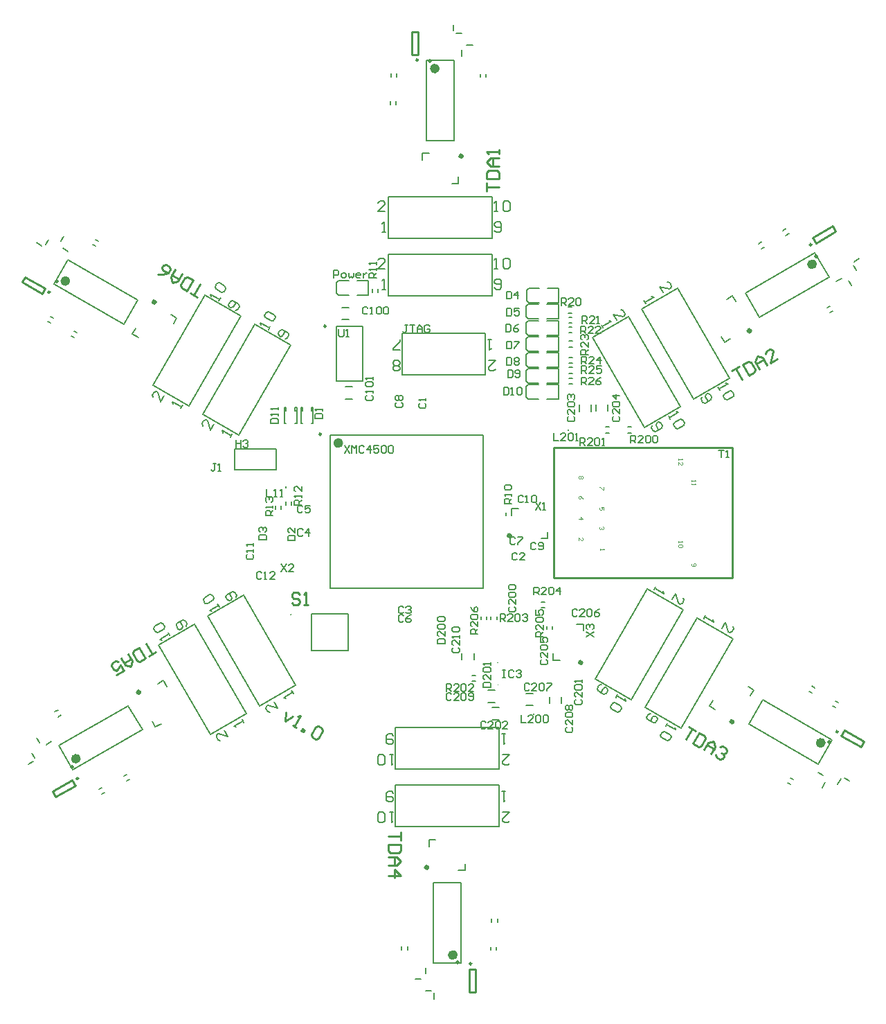
<source format=gto>
G04 Layer_Color=65535*
%FSLAX25Y25*%
%MOIN*%
G70*
G01*
G75*
%ADD65C,0.01000*%
%ADD69C,0.01969*%
%ADD82C,0.01969*%
%ADD84C,0.02362*%
%ADD85C,0.00984*%
%ADD86C,0.00394*%
%ADD87C,0.00787*%
%ADD88C,0.00500*%
%ADD89C,0.00591*%
%ADD90C,0.00800*%
D65*
X191236Y-107735D02*
X192736Y-105137D01*
X202262Y-110637D01*
X200763Y-113235D02*
X202262Y-110637D01*
X191236Y-107735D02*
X200763Y-113235D01*
X12201Y-220051D02*
X15201D01*
Y-231051D02*
Y-220051D01*
X12201Y-231051D02*
X15201D01*
X12201D02*
Y-220051D01*
X-179075Y-129132D02*
X-177575Y-131730D01*
X-187101Y-137230D02*
X-177575Y-131730D01*
X-188601Y-134632D02*
X-187101Y-137230D01*
X-188601Y-134632D02*
X-179075Y-129132D01*
X52953Y-31752D02*
X138937D01*
X52953Y30768D02*
X138937D01*
X52953Y-31752D02*
Y30768D01*
X138937Y-31752D02*
Y30768D01*
X-12358Y219854D02*
Y230854D01*
X-15358D02*
X-12358D01*
X-15358Y219854D02*
Y230854D01*
Y219854D02*
X-12358D01*
X177576Y131804D02*
X179076Y129206D01*
X177576Y131804D02*
X187102Y137304D01*
X188602Y134706D01*
X179076Y129206D02*
X188602Y134706D01*
X-193602Y104822D02*
X-192102Y107420D01*
X-203129Y110322D02*
X-193602Y104822D01*
X-203129Y110322D02*
X-201629Y112920D01*
X-192102Y107420D01*
X-69293Y-39794D02*
X-70292Y-38794D01*
X-72292D01*
X-73291Y-39794D01*
Y-40793D01*
X-72292Y-41793D01*
X-70292D01*
X-69293Y-42793D01*
Y-43793D01*
X-70292Y-44792D01*
X-72292D01*
X-73291Y-43793D01*
X-67293Y-44792D02*
X-65294D01*
X-66294D01*
Y-38794D01*
X-67293Y-39794D01*
X20695Y154095D02*
Y158093D01*
Y156094D01*
X26693D01*
X20695Y160093D02*
X26693D01*
Y163092D01*
X25693Y164091D01*
X21695D01*
X20695Y163092D01*
Y160093D01*
X26693Y166091D02*
X22694D01*
X20695Y168090D01*
X22694Y170089D01*
X26693D01*
X23694D01*
Y166091D01*
X26693Y172089D02*
Y174088D01*
Y173088D01*
X20695D01*
X21695Y172089D01*
X138653Y67701D02*
X142116Y69701D01*
X140384Y68701D01*
X143383Y63506D01*
X143847Y70700D02*
X146846Y65506D01*
X149444Y67005D01*
X149810Y68371D01*
X147810Y71834D01*
X146445Y72200D01*
X143847Y70700D01*
X152041Y68505D02*
X150041Y71968D01*
X150773Y74699D01*
X153505Y73967D01*
X155504Y70504D01*
X154004Y73101D01*
X150541Y71102D01*
X160698Y73503D02*
X157235Y71504D01*
X158699Y76966D01*
X158199Y77832D01*
X156834Y78198D01*
X155102Y77198D01*
X154736Y75833D01*
X117760Y-103480D02*
X121223Y-105479D01*
X119492Y-104480D01*
X116492Y-109674D01*
X122954Y-106479D02*
X119956Y-111673D01*
X122553Y-113173D01*
X123918Y-112807D01*
X125918Y-109344D01*
X125552Y-107978D01*
X122954Y-106479D01*
X125150Y-114672D02*
X127149Y-111209D01*
X129880Y-110478D01*
X130612Y-113209D01*
X128613Y-116672D01*
X130112Y-114075D01*
X126649Y-112075D01*
X132844Y-113343D02*
X134209Y-112977D01*
X135941Y-113977D01*
X136307Y-115342D01*
X135807Y-116208D01*
X134441Y-116574D01*
X133575Y-116074D01*
X134441Y-116574D01*
X134807Y-117939D01*
X134307Y-118805D01*
X132942Y-119171D01*
X131210Y-118171D01*
X130844Y-116806D01*
X-20852Y-154291D02*
Y-158290D01*
Y-156291D01*
X-26850D01*
X-20852Y-160289D02*
X-26850D01*
Y-163288D01*
X-25851Y-164288D01*
X-21852D01*
X-20852Y-163288D01*
Y-160289D01*
X-26850Y-166288D02*
X-22852D01*
X-20852Y-168287D01*
X-22852Y-170286D01*
X-26850D01*
X-23851D01*
Y-166288D01*
X-26850Y-175285D02*
X-20852D01*
X-23851Y-172285D01*
Y-176284D01*
X-138652Y-67627D02*
X-142115Y-69626D01*
X-140383Y-68627D01*
X-143382Y-63432D01*
X-143846Y-70626D02*
X-146845Y-65432D01*
X-149443Y-66931D01*
X-149808Y-68297D01*
X-147809Y-71760D01*
X-146443Y-72126D01*
X-143846Y-70626D01*
X-152040Y-68431D02*
X-150040Y-71894D01*
X-150772Y-74625D01*
X-153503Y-73893D01*
X-155503Y-70430D01*
X-154003Y-73027D01*
X-150540Y-71028D01*
X-157698Y-78624D02*
X-154235Y-76624D01*
X-155735Y-74027D01*
X-156966Y-75892D01*
X-157832Y-76392D01*
X-159198Y-76026D01*
X-160197Y-74295D01*
X-159831Y-72929D01*
X-158100Y-71930D01*
X-156734Y-72295D01*
X-118626Y103165D02*
X-122089Y105164D01*
X-120358Y104165D01*
X-117359Y109359D01*
X-123821Y106164D02*
X-120822Y111358D01*
X-123419Y112858D01*
X-124784Y112492D01*
X-126784Y109029D01*
X-126418Y107664D01*
X-123821Y106164D01*
X-126016Y114357D02*
X-128015Y110895D01*
X-130747Y110163D01*
X-131478Y112894D01*
X-129479Y116357D01*
X-130979Y113760D01*
X-127516Y111760D01*
X-137673Y114161D02*
X-135441Y114027D01*
X-132710Y114759D01*
X-131710Y116491D01*
X-132076Y117856D01*
X-133808Y118856D01*
X-135173Y118490D01*
X-135673Y117624D01*
X-135307Y116259D01*
X-132710Y114759D01*
X-76150Y-96537D02*
X-76418Y-101000D01*
X-72687Y-98536D01*
X-72955Y-102999D02*
X-71224Y-103999D01*
X-72089Y-103499D01*
X-69090Y-98304D01*
X-70456Y-98670D01*
X-68626Y-105498D02*
X-68127Y-104632D01*
X-67261Y-105132D01*
X-67761Y-105998D01*
X-68626Y-105498D01*
X-61799Y-103669D02*
X-60433Y-103303D01*
X-58701Y-104302D01*
X-58336Y-105668D01*
X-60335Y-109131D01*
X-61700Y-109497D01*
X-63432Y-108497D01*
X-63798Y-107132D01*
X-61799Y-103669D01*
D69*
X66142Y-72638D02*
G03*
X66142Y-72638I-394J0D01*
G01*
X139068Y-101114D02*
G03*
X139068Y-101114I-394J0D01*
G01*
X-7953Y-171221D02*
G03*
X-7953Y-171221I-394J0D01*
G01*
X-146666Y-86922D02*
G03*
X-146666Y-86922I-394J0D01*
G01*
X8583Y171024D02*
G03*
X8583Y171024I-394J0D01*
G01*
X31890Y-11614D02*
G03*
X31890Y-11614I-394J0D01*
G01*
X147455Y86996D02*
G03*
X147455Y86996I-394J0D01*
G01*
X-139146Y100799D02*
G03*
X-139146Y100799I-394J0D01*
G01*
D82*
X185705Y-110993D02*
D03*
X6614Y-216890D02*
D03*
X-179130Y-122713D02*
D03*
X-6772Y216693D02*
D03*
X179131Y122787D02*
D03*
X-186571Y110678D02*
D03*
D84*
X-49705Y32972D02*
G03*
X-49705Y32972I-1181J0D01*
G01*
X-3228Y213150D02*
G03*
X-3228Y213150I-1181J0D01*
G01*
X178425Y118970D02*
G03*
X178425Y118970I-1181J0D01*
G01*
X182636Y-111267D02*
G03*
X182636Y-111267I-1181J0D01*
G01*
X5433Y-213346D02*
G03*
X5433Y-213346I-1181J0D01*
G01*
X-181140Y110952D02*
G03*
X-181140Y110952I-1181J0D01*
G01*
X-176062Y-118895D02*
G03*
X-176062Y-118895I-1181J0D01*
G01*
D85*
X-59153Y37205D02*
G03*
X-59153Y37205I-492J0D01*
G01*
X-12480Y217283D02*
G03*
X-12480Y217283I-492J0D01*
G01*
X177035Y128452D02*
G03*
X177035Y128452I-492J0D01*
G01*
X189809Y-105918D02*
G03*
X189809Y-105918I-492J0D01*
G01*
X13307Y-217480D02*
G03*
X13307Y-217480I-492J0D01*
G01*
X-189691Y105603D02*
G03*
X-189691Y105603I-492J0D01*
G01*
X-176049Y-128378D02*
G03*
X-176049Y-128378I-492J0D01*
G01*
X-56850Y89173D02*
G03*
X-56850Y89173I-492J0D01*
G01*
D86*
X26083Y-83354D02*
G03*
X26083Y-83354I-197J0D01*
G01*
X98Y-54835D02*
G03*
X98Y-54835I-197J0D01*
G01*
X112992Y25492D02*
Y24836D01*
Y25164D01*
X114960D01*
X114632Y25492D01*
X112992Y22540D02*
Y23852D01*
X114304Y22540D01*
X114632D01*
X114960Y22868D01*
Y23524D01*
X114632Y23852D01*
X119291Y15256D02*
Y14600D01*
Y14928D01*
X121259D01*
X120931Y15256D01*
X119291Y13616D02*
Y12960D01*
Y13288D01*
X121259D01*
X120931Y13616D01*
X112992Y-14272D02*
Y-14928D01*
Y-14600D01*
X114960D01*
X114632Y-14272D01*
Y-15912D02*
X114960Y-16240D01*
Y-16895D01*
X114632Y-17223D01*
X113320D01*
X112992Y-16895D01*
Y-16240D01*
X113320Y-15912D01*
X114632D01*
X119619Y-24902D02*
X119291Y-25230D01*
Y-25886D01*
X119619Y-26213D01*
X120931D01*
X121259Y-25886D01*
Y-25230D01*
X120931Y-24902D01*
X120603D01*
X120275Y-25230D01*
Y-26213D01*
X66600Y17224D02*
X66928Y16896D01*
Y16240D01*
X66600Y15913D01*
X66272D01*
X65944Y16240D01*
X65617Y15913D01*
X65289D01*
X64961Y16240D01*
Y16896D01*
X65289Y17224D01*
X65617D01*
X65944Y16896D01*
X66272Y17224D01*
X66600D01*
X65944Y16896D02*
Y16240D01*
X76771Y11713D02*
Y10401D01*
X76443D01*
X75131Y11713D01*
X74803D01*
X66928Y6070D02*
X66600Y6726D01*
X65944Y7382D01*
X65289D01*
X64961Y7054D01*
Y6398D01*
X65289Y6070D01*
X65617D01*
X65944Y6398D01*
Y7382D01*
X76771Y952D02*
Y2264D01*
X75787D01*
X76115Y1608D01*
Y1280D01*
X75787Y952D01*
X75131D01*
X74803Y1280D01*
Y1936D01*
X75131Y2264D01*
X64961Y-3445D02*
X66928D01*
X65944Y-2461D01*
Y-3773D01*
X76443Y-7185D02*
X76771Y-7513D01*
Y-8169D01*
X76443Y-8497D01*
X76115D01*
X75787Y-8169D01*
Y-7841D01*
Y-8169D01*
X75459Y-8497D01*
X75131D01*
X74803Y-8169D01*
Y-7513D01*
X75131Y-7185D01*
X64961Y-14009D02*
Y-12697D01*
X66272Y-14009D01*
X66600D01*
X66928Y-13681D01*
Y-13025D01*
X66600Y-12697D01*
X75197Y-17815D02*
Y-18471D01*
Y-18143D01*
X77165D01*
X76837Y-17815D01*
D87*
X-73760Y-49547D02*
G03*
X-73760Y-49547I-79J0D01*
G01*
X60039Y98347D02*
X61614D01*
X60039Y95591D02*
X61614D01*
X60079Y93543D02*
X61654D01*
X60079Y90787D02*
X61654D01*
X60118Y88740D02*
X61693D01*
X60118Y85984D02*
X61693D01*
X60158Y82047D02*
X61732D01*
X60158Y79291D02*
X61732D01*
X-54823Y-36909D02*
X18996D01*
X-54823Y36909D02*
X18996D01*
Y-36909D02*
Y36909D01*
X-54823Y-36909D02*
Y36909D01*
X17717Y-51968D02*
Y-50394D01*
X20472Y-51968D02*
Y-50394D01*
X52165Y-56693D02*
Y-55118D01*
X49409Y-56693D02*
Y-55118D01*
X46850Y-43504D02*
X48425D01*
X46850Y-46260D02*
X48425D01*
X22638Y-51968D02*
Y-50394D01*
X25394Y-51968D02*
Y-50394D01*
X13583Y-78937D02*
X15157D01*
X13583Y-81693D02*
X15157D01*
X77992Y40709D02*
X79567D01*
X77992Y37953D02*
X79567D01*
X88504Y37953D02*
X90079D01*
X88504Y40709D02*
X90079D01*
X-78347Y1181D02*
Y2756D01*
X-81102Y1181D02*
Y2756D01*
X-73425Y3150D02*
Y4724D01*
X-76181Y3150D02*
Y4724D01*
X-31772Y105610D02*
Y107185D01*
X-34528Y105610D02*
Y107185D01*
X29921Y-1969D02*
Y-394D01*
X32677Y-1969D02*
Y-394D01*
X60000Y39213D02*
Y39606D01*
X43307Y-97638D02*
Y-97244D01*
X-76181Y11614D02*
Y12008D01*
X-20236Y85709D02*
X19764D01*
X-20236Y65709D02*
X19764D01*
Y85709D01*
X-20236Y65709D02*
Y85709D01*
X-63779Y48425D02*
Y50000D01*
Y48425D02*
X-62992D01*
X-68898D02*
X-68110D01*
Y50000D01*
X-68898Y42520D02*
Y50000D01*
X-62992Y42520D02*
Y50000D01*
X-68898Y42520D02*
X-68110D01*
X-68898Y50000D02*
X-68110D01*
X-63779Y42520D02*
X-62992D01*
X-63779Y50000D02*
X-62992D01*
X8583Y-71260D02*
Y-68110D01*
X14488Y-71260D02*
Y-68110D01*
X21260Y-91732D02*
X24409D01*
X21260Y-85827D02*
X24409D01*
X56693Y-92323D02*
Y-89173D01*
X50788Y-92323D02*
Y-89173D01*
X39567Y-87402D02*
X42717D01*
X39567Y-93307D02*
X42717D01*
X23228Y-100197D02*
X26378D01*
X23228Y-94291D02*
X26378D01*
X-47421Y60039D02*
X-44272D01*
X-47421Y54134D02*
X-44272D01*
X-49075Y98268D02*
X-45925D01*
X-49075Y92362D02*
X-45925D01*
X-100630Y19961D02*
X-80630D01*
Y29961D01*
X-100630D02*
X-80630D01*
X-100630Y19961D02*
Y29961D01*
X-71693Y50000D02*
X-70906D01*
X-71693Y42520D02*
X-70906D01*
X-76811Y50000D02*
X-76024D01*
X-76811Y42520D02*
X-76024D01*
X-70906D02*
Y50000D01*
X-76811Y42520D02*
Y50000D01*
X-76024Y48425D02*
Y50000D01*
X-76811Y48425D02*
X-76024D01*
X-71693D02*
X-70906D01*
X-71693D02*
Y50000D01*
X60158Y71496D02*
X61732D01*
X60158Y74252D02*
X61732D01*
X60236Y66575D02*
X61811D01*
X60236Y69331D02*
X61811D01*
X60236Y61535D02*
X61811D01*
X60236Y64291D02*
X61811D01*
X65118Y48268D02*
Y51417D01*
X71023Y48268D02*
Y51417D01*
X73110Y48346D02*
Y51496D01*
X79016Y48346D02*
Y51496D01*
X-8346Y178504D02*
X5040D01*
X-8346Y217087D02*
X5040Y217087D01*
Y178504D02*
Y217087D01*
X-8346Y178504D02*
Y217087D01*
X17402Y209016D02*
X17402Y210591D01*
X20157Y209016D02*
Y210591D01*
X-22716Y209213D02*
Y210787D01*
X-25472Y209213D02*
X-25472Y210787D01*
X-25866Y195827D02*
Y197401D01*
X-23110Y195827D02*
Y197401D01*
X4646Y234213D02*
X4646Y231457D01*
X11024Y224528D02*
X13780D01*
X5866Y230197D02*
X8622D01*
X8583Y219252D02*
Y222008D01*
X-26732Y131378D02*
X23268D01*
X-26732Y151378D02*
X23268D01*
X-26732D02*
X-26732Y131378D01*
X23268Y151378D02*
X23268Y131378D01*
X-26732Y103819D02*
X23268D01*
X-26732Y123819D02*
X23268D01*
X-26732Y103819D02*
Y123819D01*
X23268Y103819D02*
Y123819D01*
X96399Y40335D02*
X113720Y50335D01*
X71399Y83636D02*
X88720Y93637D01*
X113720Y50335D01*
X71399Y83636D02*
X96399Y40335D01*
X72934Y-80570D02*
X90254Y-90570D01*
X97934Y-37269D02*
X115254Y-47269D01*
X90254Y-90570D02*
X115254Y-47269D01*
X72934Y-80570D02*
X97934Y-37269D01*
X-23425Y-124016D02*
Y-104016D01*
X26575Y-124016D02*
Y-104016D01*
X-23425Y-124016D02*
X26575D01*
X-23425Y-104016D02*
X26575D01*
X-91120Y90255D02*
X-73800Y80255D01*
X-116120Y46954D02*
X-98800Y36954D01*
X-116120Y46954D02*
X-91120Y90255D01*
X-98800Y36954D02*
X-73800Y80255D01*
X120266Y54115D02*
X137587Y64115D01*
X95266Y97416D02*
X112587Y107416D01*
X137587Y64115D01*
X95266Y97416D02*
X120266Y54115D01*
X96801Y-94350D02*
X114121Y-104350D01*
X121800Y-51048D02*
X139121Y-61049D01*
X114121Y-104350D02*
X139121Y-61049D01*
X96801Y-94350D02*
X121800Y-51048D01*
X-23425Y-151575D02*
Y-131575D01*
X26575Y-151575D02*
Y-131575D01*
X-23425Y-151575D02*
X26575D01*
X-23425Y-131575D02*
X26575D01*
X-114987Y104035D02*
X-97667Y94035D01*
X-139987Y60734D02*
X-122667Y50734D01*
X-139987Y60734D02*
X-114987Y104035D01*
X-122667Y50734D02*
X-97667Y94035D01*
X189025Y110769D02*
X191411Y112147D01*
X180244Y-125569D02*
X182631Y-126947D01*
X-8740Y-222205D02*
Y-219449D01*
X-183497Y126632D02*
X-181110Y125254D01*
X197145Y118594D02*
X198523Y116208D01*
X189703Y-131076D02*
X191081Y-128689D01*
X-8779Y-230394D02*
X-6024D01*
X-191947Y128374D02*
X-190569Y130761D01*
X194814Y111293D02*
X196192Y108907D01*
X182214Y-132708D02*
X183592Y-130321D01*
X-13937Y-224724D02*
X-11181D01*
X-184459Y130006D02*
X-183081Y132393D01*
X197626Y120281D02*
X200013Y121659D01*
X192782Y-128262D02*
X195169Y-129640D01*
X-4803Y-234409D02*
Y-231653D01*
X-196035Y129325D02*
X-193648Y127947D01*
X152892Y126504D02*
X154255Y127291D01*
X151514Y128890D02*
X152877Y129678D01*
X175804Y-86410D02*
X177168Y-87197D01*
X177182Y-84023D02*
X178545Y-84810D01*
X22953Y-197598D02*
Y-196024D01*
X25709Y-197598D02*
Y-196024D01*
X-178034Y86882D02*
X-176670Y86095D01*
X-179412Y84495D02*
X-178048Y83708D01*
X163303Y135242D02*
X164667Y136030D01*
X164681Y132856D02*
X166045Y133643D01*
X188577Y-91057D02*
X189941Y-91844D01*
X187199Y-93444D02*
X188563Y-94231D01*
X25315Y-210984D02*
Y-209409D01*
X22559Y-210984D02*
Y-209409D01*
X-190807Y91529D02*
X-189444Y90742D01*
X-189429Y93916D02*
X-188066Y93129D01*
X185947Y95627D02*
X187311Y96415D01*
X184569Y98014D02*
X185933Y98801D01*
X165592Y-130475D02*
X166956Y-131263D01*
X166970Y-128088D02*
X168334Y-128876D01*
X-20315Y-210787D02*
Y-209213D01*
X-17559Y-210787D02*
Y-209213D01*
X-167822Y130947D02*
X-166458Y130160D01*
X-169200Y128561D02*
X-167836Y127773D01*
X145272Y105056D02*
X178685Y124348D01*
X151964Y93464D02*
X185378Y112755D01*
X178685Y124348D02*
X185378Y112755D01*
X145272Y105056D02*
X151964Y93464D01*
X153420Y-90534D02*
X186833Y-109826D01*
X146727Y-102127D02*
X180140Y-121418D01*
X186833Y-109826D01*
X146727Y-102127D02*
X153420Y-90534D01*
X8189Y-217283D02*
Y-178701D01*
X-5197Y-217283D02*
Y-178701D01*
Y-217283D02*
X8189Y-217283D01*
X-5197Y-178701D02*
X8189D01*
X-187699Y109511D02*
X-154286Y90219D01*
X-181007Y121103D02*
X-147593Y101812D01*
X-187699Y109511D02*
X-181007Y121103D01*
X-154286Y90219D02*
X-147593Y101812D01*
X-137586Y-64041D02*
X-120265Y-54041D01*
X-112586Y-107342D02*
X-95265Y-97342D01*
X-137586Y-64041D02*
X-112586Y-107342D01*
X-120265Y-54041D02*
X-95265Y-97342D01*
X-191410Y-112073D02*
X-189024Y-110695D01*
X-198522Y-116134D02*
X-197144Y-118520D01*
X-196191Y-108833D02*
X-194813Y-111219D01*
X-200011Y-121585D02*
X-197625Y-120207D01*
X-154254Y-127217D02*
X-152890Y-126430D01*
X-152876Y-129604D02*
X-151512Y-128816D01*
X-164666Y-135956D02*
X-163302Y-135168D01*
X-166044Y-133569D02*
X-164680Y-132782D01*
X-187310Y-96341D02*
X-185946Y-95553D01*
X-185932Y-98727D02*
X-184568Y-97940D01*
X-178684Y-124274D02*
X-145270Y-104982D01*
X-185377Y-112681D02*
X-151963Y-93390D01*
X-185377Y-112681D02*
X-178684Y-124274D01*
X-151963Y-93390D02*
X-145270Y-104982D01*
X-113719Y-50261D02*
X-96398Y-40261D01*
X-88719Y-93562D02*
X-71398Y-83562D01*
X-113719Y-50261D02*
X-88719Y-93562D01*
X-96398Y-40261D02*
X-71398Y-83562D01*
X-51831Y62795D02*
X-39232D01*
X-51831Y89173D02*
X-39232D01*
Y62795D02*
Y89173D01*
X-51831Y62795D02*
Y89173D01*
X25984Y-72678D02*
Y-72638D01*
X67126Y-57284D02*
Y-54134D01*
X63976D02*
X67126D01*
X52559Y-71457D02*
X55709D01*
X52559D02*
Y-68307D01*
X127843Y-93497D02*
X129417Y-90769D01*
X127843Y-93497D02*
X130570Y-95072D01*
X146392Y-84203D02*
X149119Y-85778D01*
X147545Y-88506D02*
X149119Y-85778D01*
X-7165Y-158031D02*
X-4016D01*
X-7165D02*
X-7165Y-161181D01*
X10157Y-172599D02*
Y-169449D01*
X7008Y-172598D02*
X10157Y-172599D01*
X-135047Y-81350D02*
X-133473Y-84078D01*
X-137775Y-82925D02*
X-135047Y-81350D01*
X-139001Y-103636D02*
X-136274Y-102061D01*
X-140576Y-100908D02*
X-139001Y-103636D01*
X-10315Y172401D02*
X-7165Y172401D01*
X-10315Y169252D02*
Y172401D01*
X7008Y157835D02*
Y160984D01*
X3858Y157835D02*
X7008D01*
X46850Y-12992D02*
X50000D01*
Y-9842D01*
X32677Y-1575D02*
Y1575D01*
X35827D01*
X133474Y84152D02*
X135048Y81424D01*
X137776Y82999D01*
X136275Y102135D02*
X139002Y103710D01*
X140577Y100982D01*
X-130283Y90454D02*
X-128709Y93182D01*
X-131436Y94757D02*
X-128709Y93182D01*
X-149986Y85463D02*
X-147258Y83889D01*
X-149986Y85463D02*
X-148411Y88191D01*
D88*
X40716Y107358D02*
X45717D01*
X49716D02*
X55216D01*
X40716Y100358D02*
X45717D01*
X49716D02*
X55216D01*
X39717Y101358D02*
Y106358D01*
X40716Y107358D01*
X39717Y101358D02*
X40716Y100358D01*
X55216D02*
Y107358D01*
X40677Y99642D02*
X45677D01*
X49677D02*
X55177D01*
X40677Y92642D02*
X45677D01*
X49677D02*
X55177D01*
X39677Y93642D02*
Y98642D01*
X40677Y99642D01*
X39677Y93642D02*
X40677Y92642D01*
X55177D02*
Y99642D01*
X40638Y91847D02*
X45638D01*
X49638D02*
X55138D01*
X40638Y84847D02*
X45638D01*
X49638D02*
X55138D01*
X39638Y85847D02*
Y90847D01*
X40638Y91847D01*
X39638Y85847D02*
X40638Y84847D01*
X55138D02*
Y91847D01*
X40598Y84091D02*
X45598D01*
X49598D02*
X55098D01*
X40598Y77091D02*
X45598D01*
X49598D02*
X55098D01*
X39598Y78091D02*
Y83091D01*
X40598Y84091D01*
X39598Y78091D02*
X40598Y77091D01*
X55098D02*
Y84091D01*
X-36457Y104236D02*
Y111236D01*
X-51957Y105236D02*
X-50957Y104236D01*
X-51957Y110236D02*
X-50957Y111236D01*
X-51957Y105236D02*
Y110236D01*
X-41957Y104236D02*
X-36457D01*
X-50957D02*
X-45957D01*
X-41957Y111236D02*
X-36457D01*
X-50957D02*
X-45957D01*
X55138Y69335D02*
Y76335D01*
X39638Y70335D02*
X40638Y69335D01*
X39638Y75335D02*
X40638Y76335D01*
X39638Y70335D02*
Y75335D01*
X49638Y69335D02*
X55138D01*
X40638D02*
X45638D01*
X49638Y76335D02*
X55138D01*
X40638D02*
X45638D01*
X55178Y61734D02*
Y68735D01*
X39678Y62735D02*
X40678Y61734D01*
X39678Y67734D02*
X40678Y68735D01*
X39678Y62735D02*
Y67734D01*
X49678Y61734D02*
X55178D01*
X40678D02*
X45678D01*
X49678Y68735D02*
X55178D01*
X40678D02*
X45678D01*
X55177Y54177D02*
Y61177D01*
X39677Y55177D02*
X40677Y54177D01*
X39677Y60177D02*
X40677Y61177D01*
X39677Y55177D02*
Y60177D01*
X49677Y54177D02*
X55177D01*
X40677D02*
X45677D01*
X49677Y61177D02*
X55177D01*
X40677D02*
X45677D01*
X-63917Y-66791D02*
Y-49075D01*
Y-66791D02*
X-46201D01*
Y-49075D01*
X-63917D02*
X-46201D01*
D89*
X56496Y99213D02*
Y102755D01*
X58267D01*
X58858Y102164D01*
Y100984D01*
X58267Y100393D01*
X56496D01*
X57677D02*
X58858Y99213D01*
X62400D02*
X60038D01*
X62400Y101574D01*
Y102164D01*
X61809Y102755D01*
X60629D01*
X60038Y102164D01*
X63580D02*
X64171Y102755D01*
X65351D01*
X65942Y102164D01*
Y99803D01*
X65351Y99213D01*
X64171D01*
X63580Y99803D01*
Y102164D01*
X66535Y90551D02*
Y94093D01*
X68306D01*
X68897Y93503D01*
Y92322D01*
X68306Y91732D01*
X66535D01*
X67716D02*
X68897Y90551D01*
X72439D02*
X70078D01*
X72439Y92913D01*
Y93503D01*
X71849Y94093D01*
X70668D01*
X70078Y93503D01*
X73620Y90551D02*
X74800D01*
X74210D01*
Y94093D01*
X73620Y93503D01*
X65945Y85630D02*
Y89172D01*
X67716D01*
X68306Y88582D01*
Y87401D01*
X67716Y86811D01*
X65945D01*
X67126D02*
X68306Y85630D01*
X71848D02*
X69487D01*
X71848Y87991D01*
Y88582D01*
X71258Y89172D01*
X70077D01*
X69487Y88582D01*
X75391Y85630D02*
X73029D01*
X75391Y87991D01*
Y88582D01*
X74800Y89172D01*
X73620D01*
X73029Y88582D01*
X69488Y75590D02*
X65946D01*
Y77362D01*
X66536Y77952D01*
X67717D01*
X68308Y77362D01*
Y75590D01*
Y76771D02*
X69488Y77952D01*
Y81494D02*
Y79133D01*
X67127Y81494D01*
X66536D01*
X65946Y80904D01*
Y79723D01*
X66536Y79133D01*
Y82675D02*
X65946Y83265D01*
Y84446D01*
X66536Y85036D01*
X67127D01*
X67717Y84446D01*
Y83856D01*
Y84446D01*
X68308Y85036D01*
X68898D01*
X69488Y84446D01*
Y83265D01*
X68898Y82675D01*
X30118Y105904D02*
Y102362D01*
X31889D01*
X32480Y102953D01*
Y105314D01*
X31889Y105904D01*
X30118D01*
X35431Y102362D02*
Y105904D01*
X33660Y104133D01*
X36022D01*
X30315Y97834D02*
Y94291D01*
X32086D01*
X32676Y94882D01*
Y97243D01*
X32086Y97834D01*
X30315D01*
X36219D02*
X33857D01*
Y96062D01*
X35038Y96653D01*
X35628D01*
X36219Y96062D01*
Y94882D01*
X35628Y94291D01*
X34448D01*
X33857Y94882D01*
X29921Y89960D02*
Y86417D01*
X31692D01*
X32283Y87008D01*
Y89369D01*
X31692Y89960D01*
X29921D01*
X35825D02*
X34644Y89369D01*
X33463Y88188D01*
Y87008D01*
X34054Y86417D01*
X35234D01*
X35825Y87008D01*
Y87598D01*
X35234Y88188D01*
X33463D01*
X30315Y81889D02*
Y78347D01*
X32086D01*
X32676Y78937D01*
Y81298D01*
X32086Y81889D01*
X30315D01*
X33857D02*
X36219D01*
Y81298D01*
X33857Y78937D01*
Y78347D01*
X-47913Y31633D02*
X-45552Y28091D01*
Y31633D02*
X-47913Y28091D01*
X-44371D02*
Y31633D01*
X-43191Y30452D01*
X-42010Y31633D01*
Y28091D01*
X-38468Y31042D02*
X-39058Y31633D01*
X-40239D01*
X-40829Y31042D01*
Y28681D01*
X-40239Y28091D01*
X-39058D01*
X-38468Y28681D01*
X-35516Y28091D02*
Y31633D01*
X-37287Y29862D01*
X-34925D01*
X-31383Y31633D02*
X-33745D01*
Y29862D01*
X-32564Y30452D01*
X-31974D01*
X-31383Y29862D01*
Y28681D01*
X-31974Y28091D01*
X-33154D01*
X-33745Y28681D01*
X-30203Y31042D02*
X-29612Y31633D01*
X-28431D01*
X-27841Y31042D01*
Y28681D01*
X-28431Y28091D01*
X-29612D01*
X-30203Y28681D01*
Y31042D01*
X-26660D02*
X-26070Y31633D01*
X-24889D01*
X-24299Y31042D01*
Y28681D01*
X-24889Y28091D01*
X-26070D01*
X-26660Y28681D01*
Y31042D01*
X-50650Y87637D02*
Y84685D01*
X-50059Y84095D01*
X-48878D01*
X-48288Y84685D01*
Y87637D01*
X-47107Y84095D02*
X-45927D01*
X-46517D01*
Y87637D01*
X-47107Y87046D01*
X16339Y-58858D02*
X12796D01*
Y-57087D01*
X13387Y-56497D01*
X14568D01*
X15158Y-57087D01*
Y-58858D01*
Y-57678D02*
X16339Y-56497D01*
Y-52955D02*
Y-55316D01*
X13977Y-52955D01*
X13387D01*
X12796Y-53545D01*
Y-54726D01*
X13387Y-55316D01*
Y-51774D02*
X12796Y-51184D01*
Y-50003D01*
X13387Y-49413D01*
X15748D01*
X16339Y-50003D01*
Y-51184D01*
X15748Y-51774D01*
X13387D01*
X12796Y-45870D02*
X13387Y-47051D01*
X14568Y-48232D01*
X15748D01*
X16339Y-47641D01*
Y-46461D01*
X15748Y-45870D01*
X15158D01*
X14568Y-46461D01*
Y-48232D01*
X47835Y-60354D02*
X44293D01*
Y-58583D01*
X44883Y-57993D01*
X46064D01*
X46654Y-58583D01*
Y-60354D01*
Y-59174D02*
X47835Y-57993D01*
Y-54451D02*
Y-56812D01*
X45473Y-54451D01*
X44883D01*
X44293Y-55041D01*
Y-56222D01*
X44883Y-56812D01*
Y-53270D02*
X44293Y-52680D01*
Y-51499D01*
X44883Y-50909D01*
X47244D01*
X47835Y-51499D01*
Y-52680D01*
X47244Y-53270D01*
X44883D01*
X44293Y-47366D02*
Y-49728D01*
X46064D01*
X45473Y-48547D01*
Y-47957D01*
X46064Y-47366D01*
X47244D01*
X47835Y-47957D01*
Y-49137D01*
X47244Y-49728D01*
X43350Y-39949D02*
Y-36407D01*
X45121D01*
X45712Y-36997D01*
Y-38178D01*
X45121Y-38768D01*
X43350D01*
X44531D02*
X45712Y-39949D01*
X49254D02*
X46892D01*
X49254Y-37587D01*
Y-36997D01*
X48664Y-36407D01*
X47483D01*
X46892Y-36997D01*
X50435D02*
X51025Y-36407D01*
X52206D01*
X52796Y-36997D01*
Y-39358D01*
X52206Y-39949D01*
X51025D01*
X50435Y-39358D01*
Y-36997D01*
X55748Y-39949D02*
Y-36407D01*
X53977Y-38178D01*
X56338D01*
X27165Y-52756D02*
Y-49214D01*
X28936D01*
X29527Y-49804D01*
Y-50985D01*
X28936Y-51575D01*
X27165D01*
X28346D02*
X29527Y-52756D01*
X33069D02*
X30707D01*
X33069Y-50394D01*
Y-49804D01*
X32479Y-49214D01*
X31298D01*
X30707Y-49804D01*
X34250D02*
X34840Y-49214D01*
X36021D01*
X36611Y-49804D01*
Y-52166D01*
X36021Y-52756D01*
X34840D01*
X34250Y-52166D01*
Y-49804D01*
X37792D02*
X38382Y-49214D01*
X39563D01*
X40153Y-49804D01*
Y-50394D01*
X39563Y-50985D01*
X38973D01*
X39563D01*
X40153Y-51575D01*
Y-52166D01*
X39563Y-52756D01*
X38382D01*
X37792Y-52166D01*
X1181Y-86417D02*
Y-82875D01*
X2952D01*
X3542Y-83465D01*
Y-84646D01*
X2952Y-85237D01*
X1181D01*
X2362D02*
X3542Y-86417D01*
X7085D02*
X4723D01*
X7085Y-84056D01*
Y-83465D01*
X6494Y-82875D01*
X5314D01*
X4723Y-83465D01*
X8265D02*
X8856Y-82875D01*
X10036D01*
X10627Y-83465D01*
Y-85827D01*
X10036Y-86417D01*
X8856D01*
X8265Y-85827D01*
Y-83465D01*
X14169Y-86417D02*
X11808D01*
X14169Y-84056D01*
Y-83465D01*
X13579Y-82875D01*
X12398D01*
X11808Y-83465D01*
X65551Y31890D02*
Y35432D01*
X67322D01*
X67913Y34842D01*
Y33661D01*
X67322Y33070D01*
X65551D01*
X66732D02*
X67913Y31890D01*
X71455D02*
X69093D01*
X71455Y34251D01*
Y34842D01*
X70864Y35432D01*
X69684D01*
X69093Y34842D01*
X72636D02*
X73226Y35432D01*
X74407D01*
X74997Y34842D01*
Y32480D01*
X74407Y31890D01*
X73226D01*
X72636Y32480D01*
Y34842D01*
X76178Y31890D02*
X77358D01*
X76768D01*
Y35432D01*
X76178Y34842D01*
X89961Y33071D02*
Y36613D01*
X91732D01*
X92322Y36023D01*
Y34842D01*
X91732Y34252D01*
X89961D01*
X91141D02*
X92322Y33071D01*
X95864D02*
X93503D01*
X95864Y35432D01*
Y36023D01*
X95274Y36613D01*
X94093D01*
X93503Y36023D01*
X97045D02*
X97635Y36613D01*
X98816D01*
X99406Y36023D01*
Y33661D01*
X98816Y33071D01*
X97635D01*
X97045Y33661D01*
Y36023D01*
X100587D02*
X101178Y36613D01*
X102358D01*
X102949Y36023D01*
Y33661D01*
X102358Y33071D01*
X101178D01*
X100587Y33661D01*
Y36023D01*
X-82402Y-1890D02*
X-85944D01*
Y-119D01*
X-85353Y472D01*
X-84173D01*
X-83582Y-119D01*
Y-1890D01*
Y-709D02*
X-82402Y472D01*
Y1652D02*
Y2833D01*
Y2243D01*
X-85944D01*
X-85353Y1652D01*
Y4604D02*
X-85944Y5195D01*
Y6375D01*
X-85353Y6966D01*
X-84763D01*
X-84173Y6375D01*
Y5785D01*
Y6375D01*
X-83582Y6966D01*
X-82992D01*
X-82402Y6375D01*
Y5195D01*
X-82992Y4604D01*
X-68583Y3189D02*
X-72125D01*
Y4960D01*
X-71535Y5550D01*
X-70354D01*
X-69763Y4960D01*
Y3189D01*
Y4370D02*
X-68583Y5550D01*
Y6731D02*
Y7912D01*
Y7322D01*
X-72125D01*
X-71535Y6731D01*
X-68583Y12044D02*
Y9683D01*
X-70944Y12044D01*
X-71535D01*
X-72125Y11454D01*
Y10273D01*
X-71535Y9683D01*
X-32618Y112421D02*
X-36160D01*
Y114192D01*
X-35570Y114783D01*
X-34389D01*
X-33799Y114192D01*
Y112421D01*
Y113602D02*
X-32618Y114783D01*
Y115963D02*
Y117144D01*
Y116554D01*
X-36160D01*
X-35570Y115963D01*
X-32618Y118915D02*
Y120096D01*
Y119506D01*
X-36160D01*
X-35570Y118915D01*
X32598Y3898D02*
X29056D01*
Y5669D01*
X29647Y6259D01*
X30827D01*
X31418Y5669D01*
Y3898D01*
Y5078D02*
X32598Y6259D01*
Y7440D02*
Y8620D01*
Y8030D01*
X29056D01*
X29647Y7440D01*
Y10392D02*
X29056Y10982D01*
Y12163D01*
X29647Y12753D01*
X32008D01*
X32598Y12163D01*
Y10982D01*
X32008Y10392D01*
X29647D01*
X52756Y37794D02*
Y34252D01*
X55117D01*
X58659D02*
X56298D01*
X58659Y36613D01*
Y37204D01*
X58069Y37794D01*
X56888D01*
X56298Y37204D01*
X59840D02*
X60431Y37794D01*
X61611D01*
X62202Y37204D01*
Y34842D01*
X61611Y34252D01*
X60431D01*
X59840Y34842D01*
Y37204D01*
X63382Y34252D02*
X64563D01*
X63973D01*
Y37794D01*
X63382Y37204D01*
X37126Y-98033D02*
Y-101575D01*
X39487D01*
X43030D02*
X40668D01*
X43030Y-99213D01*
Y-98623D01*
X42439Y-98033D01*
X41258D01*
X40668Y-98623D01*
X44210D02*
X44801Y-98033D01*
X45981D01*
X46572Y-98623D01*
Y-100984D01*
X45981Y-101575D01*
X44801D01*
X44210Y-100984D01*
Y-98623D01*
X47752D02*
X48343Y-98033D01*
X49523D01*
X50114Y-98623D01*
Y-100984D01*
X49523Y-101575D01*
X48343D01*
X47752Y-100984D01*
Y-98623D01*
X-85315Y10826D02*
Y7283D01*
X-82954D01*
X-81773D02*
X-80592D01*
X-81182D01*
Y10826D01*
X-81773Y10235D01*
X-78821Y7283D02*
X-77640D01*
X-78231D01*
Y10826D01*
X-78821Y10235D01*
X-17560Y89644D02*
X-18741D01*
X-18150D01*
Y86693D01*
X-18741Y86102D01*
X-19331D01*
X-19921Y86693D01*
X-16379Y89644D02*
X-14018D01*
X-15198D01*
Y86102D01*
X-12837D02*
Y88464D01*
X-11656Y89644D01*
X-10475Y88464D01*
Y86102D01*
Y87873D01*
X-12837D01*
X-6933Y89054D02*
X-7524Y89644D01*
X-8704D01*
X-9295Y89054D01*
Y86693D01*
X-8704Y86102D01*
X-7524D01*
X-6933Y86693D01*
Y87873D01*
X-8114D01*
X18899Y-84449D02*
X22441D01*
Y-82678D01*
X21851Y-82087D01*
X19489D01*
X18899Y-82678D01*
Y-84449D01*
X22441Y-78545D02*
Y-80907D01*
X20079Y-78545D01*
X19489D01*
X18899Y-79136D01*
Y-80316D01*
X19489Y-80907D01*
Y-77364D02*
X18899Y-76774D01*
Y-75593D01*
X19489Y-75003D01*
X21851D01*
X22441Y-75593D01*
Y-76774D01*
X21851Y-77364D01*
X19489D01*
X22441Y-73822D02*
Y-72642D01*
Y-73232D01*
X18899D01*
X19489Y-73822D01*
X-3148Y-63583D02*
X394D01*
Y-61812D01*
X-197Y-61221D01*
X-2558D01*
X-3148Y-61812D01*
Y-63583D01*
X394Y-57679D02*
Y-60040D01*
X-1968Y-57679D01*
X-2558D01*
X-3148Y-58269D01*
Y-59450D01*
X-2558Y-60040D01*
Y-56498D02*
X-3148Y-55908D01*
Y-54727D01*
X-2558Y-54137D01*
X-197D01*
X394Y-54727D01*
Y-55908D01*
X-197Y-56498D01*
X-2558D01*
Y-52956D02*
X-3148Y-52366D01*
Y-51185D01*
X-2558Y-50595D01*
X-197D01*
X394Y-51185D01*
Y-52366D01*
X-197Y-52956D01*
X-2558D01*
X-88975Y-13465D02*
X-85433D01*
Y-11693D01*
X-86023Y-11103D01*
X-88385D01*
X-88975Y-11693D01*
Y-13465D01*
X-88385Y-9922D02*
X-88975Y-9332D01*
Y-8151D01*
X-88385Y-7561D01*
X-87795D01*
X-87204Y-8151D01*
Y-8742D01*
Y-8151D01*
X-86614Y-7561D01*
X-86023D01*
X-85433Y-8151D01*
Y-9332D01*
X-86023Y-9922D01*
X-75196Y-13780D02*
X-71653D01*
Y-12009D01*
X-72244Y-11418D01*
X-74605D01*
X-75196Y-12009D01*
Y-13780D01*
X-71653Y-7876D02*
Y-10237D01*
X-74015Y-7876D01*
X-74605D01*
X-75196Y-8466D01*
Y-9647D01*
X-74605Y-10237D01*
X-62007Y44882D02*
X-58465D01*
Y46653D01*
X-59055Y47243D01*
X-61416D01*
X-62007Y46653D01*
Y44882D01*
X-58465Y48424D02*
Y49605D01*
Y49014D01*
X-62007D01*
X-61416Y48424D01*
X4529Y-65552D02*
X3938Y-66142D01*
Y-67323D01*
X4529Y-67913D01*
X6890D01*
X7480Y-67323D01*
Y-66142D01*
X6890Y-65552D01*
X7480Y-62010D02*
Y-64371D01*
X5119Y-62010D01*
X4529D01*
X3938Y-62600D01*
Y-63781D01*
X4529Y-64371D01*
X7480Y-60829D02*
Y-59648D01*
Y-60239D01*
X3938D01*
X4529Y-60829D01*
Y-57877D02*
X3938Y-57287D01*
Y-56106D01*
X4529Y-55516D01*
X6890D01*
X7480Y-56106D01*
Y-57287D01*
X6890Y-57877D01*
X4529D01*
X3542Y-87796D02*
X2952Y-87206D01*
X1771D01*
X1181Y-87796D01*
Y-90158D01*
X1771Y-90748D01*
X2952D01*
X3542Y-90158D01*
X7085Y-90748D02*
X4723D01*
X7085Y-88387D01*
Y-87796D01*
X6494Y-87206D01*
X5314D01*
X4723Y-87796D01*
X8265D02*
X8856Y-87206D01*
X10036D01*
X10627Y-87796D01*
Y-90158D01*
X10036Y-90748D01*
X8856D01*
X8265Y-90158D01*
Y-87796D01*
X11808Y-90158D02*
X12398Y-90748D01*
X13579D01*
X14169Y-90158D01*
Y-87796D01*
X13579Y-87206D01*
X12398D01*
X11808Y-87796D01*
Y-88387D01*
X12398Y-88977D01*
X14169D01*
X59056Y-103741D02*
X58466Y-104331D01*
Y-105512D01*
X59056Y-106102D01*
X61418D01*
X62008Y-105512D01*
Y-104331D01*
X61418Y-103741D01*
X62008Y-100199D02*
Y-102560D01*
X59646Y-100199D01*
X59056D01*
X58466Y-100789D01*
Y-101970D01*
X59056Y-102560D01*
Y-99018D02*
X58466Y-98428D01*
Y-97247D01*
X59056Y-96657D01*
X61418D01*
X62008Y-97247D01*
Y-98428D01*
X61418Y-99018D01*
X59056D01*
Y-95476D02*
X58466Y-94885D01*
Y-93705D01*
X59056Y-93114D01*
X59646D01*
X60237Y-93705D01*
X60827Y-93114D01*
X61418D01*
X62008Y-93705D01*
Y-94885D01*
X61418Y-95476D01*
X60827D01*
X60237Y-94885D01*
X59646Y-95476D01*
X59056D01*
X60237Y-94885D02*
Y-93705D01*
X41141Y-83269D02*
X40551Y-82678D01*
X39370D01*
X38780Y-83269D01*
Y-85630D01*
X39370Y-86221D01*
X40551D01*
X41141Y-85630D01*
X44683Y-86221D02*
X42322D01*
X44683Y-83859D01*
Y-83269D01*
X44093Y-82678D01*
X42912D01*
X42322Y-83269D01*
X45864D02*
X46454Y-82678D01*
X47635D01*
X48225Y-83269D01*
Y-85630D01*
X47635Y-86221D01*
X46454D01*
X45864Y-85630D01*
Y-83269D01*
X49406Y-82678D02*
X51767D01*
Y-83269D01*
X49406Y-85630D01*
Y-86221D01*
X64173Y-47422D02*
X63582Y-46832D01*
X62401D01*
X61811Y-47422D01*
Y-49784D01*
X62401Y-50374D01*
X63582D01*
X64173Y-49784D01*
X67715Y-50374D02*
X65353D01*
X67715Y-48013D01*
Y-47422D01*
X67124Y-46832D01*
X65943D01*
X65353Y-47422D01*
X68895D02*
X69486Y-46832D01*
X70666D01*
X71257Y-47422D01*
Y-49784D01*
X70666Y-50374D01*
X69486D01*
X68895Y-49784D01*
Y-47422D01*
X74799Y-46832D02*
X73618Y-47422D01*
X72438Y-48603D01*
Y-49784D01*
X73028Y-50374D01*
X74209D01*
X74799Y-49784D01*
Y-49193D01*
X74209Y-48603D01*
X72438D01*
X46970Y-71300D02*
X46379Y-71890D01*
Y-73071D01*
X46970Y-73661D01*
X49331D01*
X49921Y-73071D01*
Y-71890D01*
X49331Y-71300D01*
X49921Y-67758D02*
Y-70119D01*
X47560Y-67758D01*
X46970D01*
X46379Y-68348D01*
Y-69529D01*
X46970Y-70119D01*
Y-66577D02*
X46379Y-65987D01*
Y-64806D01*
X46970Y-64216D01*
X49331D01*
X49921Y-64806D01*
Y-65987D01*
X49331Y-66577D01*
X46970D01*
X46379Y-60673D02*
Y-63035D01*
X48150D01*
X47560Y-61854D01*
Y-61264D01*
X48150Y-60673D01*
X49331D01*
X49921Y-61264D01*
Y-62445D01*
X49331Y-63035D01*
X81694Y45865D02*
X81103Y45275D01*
Y44094D01*
X81694Y43504D01*
X84055D01*
X84646Y44094D01*
Y45275D01*
X84055Y45865D01*
X84646Y49408D02*
Y47046D01*
X82284Y49408D01*
X81694D01*
X81103Y48817D01*
Y47637D01*
X81694Y47046D01*
Y50588D02*
X81103Y51179D01*
Y52359D01*
X81694Y52950D01*
X84055D01*
X84646Y52359D01*
Y51179D01*
X84055Y50588D01*
X81694D01*
X84646Y55901D02*
X81103D01*
X82875Y54130D01*
Y56492D01*
X60040Y45669D02*
X59450Y45078D01*
Y43897D01*
X60040Y43307D01*
X62402D01*
X62992Y43897D01*
Y45078D01*
X62402Y45669D01*
X62992Y49211D02*
Y46849D01*
X60631Y49211D01*
X60040D01*
X59450Y48620D01*
Y47440D01*
X60040Y46849D01*
Y50391D02*
X59450Y50982D01*
Y52162D01*
X60040Y52753D01*
X62402D01*
X62992Y52162D01*
Y50982D01*
X62402Y50391D01*
X60040D01*
Y53934D02*
X59450Y54524D01*
Y55705D01*
X60040Y56295D01*
X60631D01*
X61221Y55705D01*
Y55114D01*
Y55705D01*
X61811Y56295D01*
X62402D01*
X62992Y55705D01*
Y54524D01*
X62402Y53934D01*
X20078Y-101576D02*
X19488Y-100985D01*
X18307D01*
X17717Y-101576D01*
Y-103937D01*
X18307Y-104528D01*
X19488D01*
X20078Y-103937D01*
X23620Y-104528D02*
X21259D01*
X23620Y-102166D01*
Y-101576D01*
X23030Y-100985D01*
X21849D01*
X21259Y-101576D01*
X24801D02*
X25391Y-100985D01*
X26572D01*
X27162Y-101576D01*
Y-103937D01*
X26572Y-104528D01*
X25391D01*
X24801Y-103937D01*
Y-101576D01*
X30705Y-104528D02*
X28343D01*
X30705Y-102166D01*
Y-101576D01*
X30114Y-100985D01*
X28933D01*
X28343Y-101576D01*
X63426Y-90434D02*
X62836Y-91024D01*
Y-92205D01*
X63426Y-92795D01*
X65788D01*
X66378Y-92205D01*
Y-91024D01*
X65788Y-90434D01*
X66378Y-86892D02*
Y-89253D01*
X64016Y-86892D01*
X63426D01*
X62836Y-87482D01*
Y-88663D01*
X63426Y-89253D01*
Y-85711D02*
X62836Y-85121D01*
Y-83940D01*
X63426Y-83350D01*
X65788D01*
X66378Y-83940D01*
Y-85121D01*
X65788Y-85711D01*
X63426D01*
X66378Y-82169D02*
Y-80988D01*
Y-81578D01*
X62836D01*
X63426Y-82169D01*
X31654Y-45867D02*
X31064Y-46457D01*
Y-47638D01*
X31654Y-48228D01*
X34016D01*
X34606Y-47638D01*
Y-46457D01*
X34016Y-45867D01*
X34606Y-42325D02*
Y-44686D01*
X32245Y-42325D01*
X31654D01*
X31064Y-42915D01*
Y-44096D01*
X31654Y-44686D01*
Y-41144D02*
X31064Y-40554D01*
Y-39373D01*
X31654Y-38782D01*
X34016D01*
X34606Y-39373D01*
Y-40554D01*
X34016Y-41144D01*
X31654D01*
Y-37602D02*
X31064Y-37011D01*
Y-35831D01*
X31654Y-35240D01*
X34016D01*
X34606Y-35831D01*
Y-37011D01*
X34016Y-37602D01*
X31654D01*
X-37204Y55905D02*
X-37794Y55314D01*
Y54134D01*
X-37204Y53543D01*
X-34842D01*
X-34252Y54134D01*
Y55314D01*
X-34842Y55905D01*
X-34252Y57086D02*
Y58266D01*
Y57676D01*
X-37794D01*
X-37204Y57086D01*
Y60037D02*
X-37794Y60628D01*
Y61808D01*
X-37204Y62399D01*
X-34842D01*
X-34252Y61808D01*
Y60628D01*
X-34842Y60037D01*
X-37204D01*
X-34252Y63579D02*
Y64760D01*
Y64170D01*
X-37794D01*
X-37204Y63579D01*
X-36674Y97952D02*
X-37264Y98542D01*
X-38445D01*
X-39035Y97952D01*
Y95590D01*
X-38445Y95000D01*
X-37264D01*
X-36674Y95590D01*
X-35493Y95000D02*
X-34312D01*
X-34903D01*
Y98542D01*
X-35493Y97952D01*
X-32541D02*
X-31951Y98542D01*
X-30770D01*
X-30180Y97952D01*
Y95590D01*
X-30770Y95000D01*
X-31951D01*
X-32541Y95590D01*
Y97952D01*
X-28999D02*
X-28409Y98542D01*
X-27228D01*
X-26638Y97952D01*
Y95590D01*
X-27228Y95000D01*
X-28409D01*
X-28999Y95590D01*
Y97952D01*
X-87796Y-29528D02*
X-88386Y-28938D01*
X-89567D01*
X-90158Y-29528D01*
Y-31890D01*
X-89567Y-32480D01*
X-88386D01*
X-87796Y-31890D01*
X-86615Y-32480D02*
X-85435D01*
X-86025D01*
Y-28938D01*
X-86615Y-29528D01*
X-81302Y-32480D02*
X-83663D01*
X-81302Y-30119D01*
Y-29528D01*
X-81892Y-28938D01*
X-83073D01*
X-83663Y-29528D01*
X-94645Y-20591D02*
X-95235Y-21182D01*
Y-22362D01*
X-94645Y-22953D01*
X-92283D01*
X-91693Y-22362D01*
Y-21182D01*
X-92283Y-20591D01*
X-91693Y-19411D02*
Y-18230D01*
Y-18820D01*
X-95235D01*
X-94645Y-19411D01*
X-91693Y-16459D02*
Y-15278D01*
Y-15868D01*
X-95235D01*
X-94645Y-16459D01*
X38149Y7282D02*
X37558Y7873D01*
X36378D01*
X35787Y7282D01*
Y4921D01*
X36378Y4331D01*
X37558D01*
X38149Y4921D01*
X39330Y4331D02*
X40510D01*
X39920D01*
Y7873D01*
X39330Y7282D01*
X42281D02*
X42872Y7873D01*
X44052D01*
X44643Y7282D01*
Y4921D01*
X44052Y4331D01*
X42872D01*
X42281Y4921D01*
Y7282D01*
X44212Y-15395D02*
X43622Y-14804D01*
X42441D01*
X41850Y-15395D01*
Y-17756D01*
X42441Y-18347D01*
X43622D01*
X44212Y-17756D01*
X45393D02*
X45983Y-18347D01*
X47164D01*
X47754Y-17756D01*
Y-15395D01*
X47164Y-14804D01*
X45983D01*
X45393Y-15395D01*
Y-15985D01*
X45983Y-16575D01*
X47754D01*
X-22873Y52401D02*
X-23463Y51810D01*
Y50630D01*
X-22873Y50039D01*
X-20512D01*
X-19921Y50630D01*
Y51810D01*
X-20512Y52401D01*
X-22873Y53582D02*
X-23463Y54172D01*
Y55353D01*
X-22873Y55943D01*
X-22283D01*
X-21692Y55353D01*
X-21102Y55943D01*
X-20512D01*
X-19921Y55353D01*
Y54172D01*
X-20512Y53582D01*
X-21102D01*
X-21692Y54172D01*
X-22283Y53582D01*
X-22873D01*
X-21692Y54172D02*
Y55353D01*
X34358Y-12902D02*
X33767Y-12312D01*
X32587D01*
X31996Y-12902D01*
Y-15264D01*
X32587Y-15854D01*
X33767D01*
X34358Y-15264D01*
X35538Y-12312D02*
X37900D01*
Y-12902D01*
X35538Y-15264D01*
Y-15854D01*
X-19489Y-50198D02*
X-20079Y-49608D01*
X-21260D01*
X-21850Y-50198D01*
Y-52559D01*
X-21260Y-53150D01*
X-20079D01*
X-19489Y-52559D01*
X-15947Y-49608D02*
X-17128Y-50198D01*
X-18308Y-51379D01*
Y-52559D01*
X-17718Y-53150D01*
X-16537D01*
X-15947Y-52559D01*
Y-51969D01*
X-16537Y-51379D01*
X-18308D01*
X-68072Y2361D02*
X-68662Y2952D01*
X-69843D01*
X-70433Y2361D01*
Y-0D01*
X-69843Y-591D01*
X-68662D01*
X-68072Y-0D01*
X-64530Y2952D02*
X-66891D01*
Y1180D01*
X-65710Y1771D01*
X-65120D01*
X-64530Y1180D01*
Y-0D01*
X-65120Y-591D01*
X-66300D01*
X-66891Y-0D01*
X-67953Y-8899D02*
X-68544Y-8308D01*
X-69725D01*
X-70315Y-8899D01*
Y-11260D01*
X-69725Y-11850D01*
X-68544D01*
X-67953Y-11260D01*
X-65002Y-11850D02*
Y-8308D01*
X-66773Y-10079D01*
X-64411D01*
X-19489Y-46064D02*
X-20079Y-45474D01*
X-21260D01*
X-21850Y-46064D01*
Y-48425D01*
X-21260Y-49016D01*
X-20079D01*
X-19489Y-48425D01*
X-18308Y-46064D02*
X-17718Y-45474D01*
X-16537D01*
X-15947Y-46064D01*
Y-46654D01*
X-16537Y-47245D01*
X-17128D01*
X-16537D01*
X-15947Y-47835D01*
Y-48425D01*
X-16537Y-49016D01*
X-17718D01*
X-18308Y-48425D01*
X35196Y-20395D02*
X34606Y-19804D01*
X33425D01*
X32835Y-20395D01*
Y-22756D01*
X33425Y-23347D01*
X34606D01*
X35196Y-22756D01*
X38738Y-23347D02*
X36377D01*
X38738Y-20985D01*
Y-20395D01*
X38148Y-19804D01*
X36967D01*
X36377Y-20395D01*
X-11613Y52165D02*
X-12204Y51574D01*
Y50393D01*
X-11613Y49803D01*
X-9252D01*
X-8661Y50393D01*
Y51574D01*
X-9252Y52165D01*
X-8661Y53345D02*
Y54526D01*
Y53936D01*
X-12204D01*
X-11613Y53345D01*
X30315Y74015D02*
Y70472D01*
X32086D01*
X32676Y71063D01*
Y73424D01*
X32086Y74015D01*
X30315D01*
X33857Y73424D02*
X34448Y74015D01*
X35628D01*
X36219Y73424D01*
Y72834D01*
X35628Y72243D01*
X36219Y71653D01*
Y71063D01*
X35628Y70472D01*
X34448D01*
X33857Y71063D01*
Y71653D01*
X34448Y72243D01*
X33857Y72834D01*
Y73424D01*
X34448Y72243D02*
X35628D01*
X30709Y68109D02*
Y64567D01*
X32480D01*
X33070Y65157D01*
Y67519D01*
X32480Y68109D01*
X30709D01*
X34251Y65157D02*
X34841Y64567D01*
X36022D01*
X36612Y65157D01*
Y67519D01*
X36022Y68109D01*
X34841D01*
X34251Y67519D01*
Y66928D01*
X34841Y66338D01*
X36612D01*
X28740Y59645D02*
Y56102D01*
X30511D01*
X31102Y56693D01*
Y59054D01*
X30511Y59645D01*
X28740D01*
X32282Y56102D02*
X33463D01*
X32873D01*
Y59645D01*
X32282Y59054D01*
X35234D02*
X35824Y59645D01*
X37005D01*
X37596Y59054D01*
Y56693D01*
X37005Y56102D01*
X35824D01*
X35234Y56693D01*
Y59054D01*
X-83463Y42520D02*
X-79921D01*
Y44291D01*
X-80512Y44881D01*
X-82873D01*
X-83463Y44291D01*
Y42520D01*
X-79921Y46062D02*
Y47243D01*
Y46652D01*
X-83463D01*
X-82873Y46062D01*
X-79921Y49014D02*
Y50194D01*
Y49604D01*
X-83463D01*
X-82873Y49014D01*
X-100197Y34448D02*
Y30906D01*
Y32677D01*
X-97835D01*
Y34448D01*
Y30906D01*
X-96655Y33857D02*
X-96064Y34448D01*
X-94884D01*
X-94293Y33857D01*
Y33267D01*
X-94884Y32677D01*
X-95474D01*
X-94884D01*
X-94293Y32086D01*
Y31496D01*
X-94884Y30906D01*
X-96064D01*
X-96655Y31496D01*
X66339Y71063D02*
Y74605D01*
X68110D01*
X68700Y74015D01*
Y72834D01*
X68110Y72244D01*
X66339D01*
X67519D02*
X68700Y71063D01*
X72242D02*
X69881D01*
X72242Y73424D01*
Y74015D01*
X71652Y74605D01*
X70471D01*
X69881Y74015D01*
X75194Y71063D02*
Y74605D01*
X73423Y72834D01*
X75784D01*
X66339Y66535D02*
Y70078D01*
X68110D01*
X68700Y69487D01*
Y68306D01*
X68110Y67716D01*
X66339D01*
X67519D02*
X68700Y66535D01*
X72242D02*
X69881D01*
X72242Y68897D01*
Y69487D01*
X71652Y70078D01*
X70471D01*
X69881Y69487D01*
X75784Y70078D02*
X73423D01*
Y68306D01*
X74604Y68897D01*
X75194D01*
X75784Y68306D01*
Y67126D01*
X75194Y66535D01*
X74013D01*
X73423Y67126D01*
X66142Y61024D02*
Y64566D01*
X67913D01*
X68503Y63975D01*
Y62795D01*
X67913Y62204D01*
X66142D01*
X67322D02*
X68503Y61024D01*
X72045D02*
X69684D01*
X72045Y63385D01*
Y63975D01*
X71455Y64566D01*
X70274D01*
X69684Y63975D01*
X75587Y64566D02*
X74407Y63975D01*
X73226Y62795D01*
Y61614D01*
X73816Y61024D01*
X74997D01*
X75587Y61614D01*
Y62204D01*
X74997Y62795D01*
X73226D01*
X-53012Y112461D02*
Y116003D01*
X-51241D01*
X-50650Y115412D01*
Y114232D01*
X-51241Y113641D01*
X-53012D01*
X-48879Y112461D02*
X-47699D01*
X-47108Y113051D01*
Y114232D01*
X-47699Y114822D01*
X-48879D01*
X-49470Y114232D01*
Y113051D01*
X-48879Y112461D01*
X-45928Y114822D02*
Y113051D01*
X-45337Y112461D01*
X-44747Y113051D01*
X-44156Y112461D01*
X-43566Y113051D01*
Y114822D01*
X-40614Y112461D02*
X-41795D01*
X-42385Y113051D01*
Y114232D01*
X-41795Y114822D01*
X-40614D01*
X-40024Y114232D01*
Y113641D01*
X-42385D01*
X-38843Y114822D02*
Y112461D01*
Y113641D01*
X-38253Y114232D01*
X-37663Y114822D01*
X-37072D01*
X28346Y-76182D02*
X29527D01*
X28937D01*
Y-79724D01*
X28346D01*
X29527D01*
X33660Y-76773D02*
X33069Y-76182D01*
X31889D01*
X31298Y-76773D01*
Y-79134D01*
X31889Y-79724D01*
X33069D01*
X33660Y-79134D01*
X34840Y-76773D02*
X35431Y-76182D01*
X36612D01*
X37202Y-76773D01*
Y-77363D01*
X36612Y-77953D01*
X36021D01*
X36612D01*
X37202Y-78544D01*
Y-79134D01*
X36612Y-79724D01*
X35431D01*
X34840Y-79134D01*
X68505Y-60236D02*
X72047Y-57875D01*
X68505D02*
X72047Y-60236D01*
X69095Y-56694D02*
X68505Y-56104D01*
Y-54923D01*
X69095Y-54333D01*
X69686D01*
X70276Y-54923D01*
Y-55513D01*
Y-54923D01*
X70867Y-54333D01*
X71457D01*
X72047Y-54923D01*
Y-56104D01*
X71457Y-56694D01*
X-109843Y23030D02*
X-111024D01*
X-110434D01*
Y20079D01*
X-111024Y19488D01*
X-111614D01*
X-112205Y20079D01*
X-108663Y19488D02*
X-107482D01*
X-108072D01*
Y23030D01*
X-108663Y22440D01*
X-78307Y-25355D02*
X-75946Y-28898D01*
Y-25355D02*
X-78307Y-28898D01*
X-72404D02*
X-74765D01*
X-72404Y-26536D01*
Y-25946D01*
X-72994Y-25355D01*
X-74175D01*
X-74765Y-25946D01*
X44094Y4368D02*
X46456Y826D01*
Y4368D02*
X44094Y826D01*
X47637D02*
X48817D01*
X48227D01*
Y4368D01*
X47637Y3778D01*
X132362Y29526D02*
X134724D01*
X133543D01*
Y25984D01*
X135904D02*
X137085D01*
X136495D01*
Y29526D01*
X135904Y28936D01*
D90*
X21431Y72709D02*
X24764D01*
X21431Y69376D01*
Y68543D01*
X22265Y67710D01*
X23931D01*
X24764Y68543D01*
X22764Y82709D02*
X21098D01*
X21931D01*
Y77710D01*
X22764Y78543D01*
X-21236Y77710D02*
X-24568D01*
Y78543D01*
X-21236Y81876D01*
Y82709D01*
Y68543D02*
X-22069Y67710D01*
X-23735D01*
X-24568Y68543D01*
Y69376D01*
X-23735Y70209D01*
X-24568Y71043D01*
Y71876D01*
X-23735Y72709D01*
X-22069D01*
X-21236Y71876D01*
Y71043D01*
X-22069Y70209D01*
X-21236Y69376D01*
Y68543D01*
X-22069Y70209D02*
X-23735D01*
X24268Y144378D02*
X25934D01*
X25101D01*
Y149376D01*
X24268Y148543D01*
X28433D02*
X29266Y149376D01*
X30932D01*
X31765Y148543D01*
Y145211D01*
X30932Y144378D01*
X29266D01*
X28433Y145211D01*
Y148543D01*
X24268Y135211D02*
X25101Y134378D01*
X26767D01*
X27600Y135211D01*
Y138543D01*
X26767Y139376D01*
X25101D01*
X24268Y138543D01*
Y137710D01*
X25101Y136877D01*
X27600D01*
X-29732Y134378D02*
X-28066D01*
X-28899D01*
Y139376D01*
X-29732Y138543D01*
X-28400Y144378D02*
X-31732D01*
X-28400Y147710D01*
Y148543D01*
X-29233Y149376D01*
X-30899D01*
X-31732Y148543D01*
X24268Y116819D02*
X25934D01*
X25101D01*
Y121817D01*
X24268Y120984D01*
X28433D02*
X29266Y121817D01*
X30932D01*
X31765Y120984D01*
Y117652D01*
X30932Y116819D01*
X29266D01*
X28433Y117652D01*
Y120984D01*
X24268Y107652D02*
X25101Y106819D01*
X26767D01*
X27600Y107652D01*
Y110984D01*
X26767Y111817D01*
X25101D01*
X24268Y110984D01*
Y110151D01*
X25101Y109318D01*
X27600D01*
X-29732Y106819D02*
X-28066D01*
X-28899D01*
Y111817D01*
X-29732Y110984D01*
X-28400Y116819D02*
X-31732D01*
X-28400Y120151D01*
Y120984D01*
X-29233Y121817D01*
X-30899D01*
X-31732Y120984D01*
X83162Y91996D02*
X81496Y94882D01*
X86048Y93662D01*
X86769Y94079D01*
X87074Y95217D01*
X86241Y96660D01*
X85103Y96965D01*
X75787Y89764D02*
X76621Y88321D01*
X76204Y89042D01*
X80533Y91541D01*
X79395Y91846D01*
X100219Y41386D02*
X99914Y40248D01*
X100747Y38805D01*
X101885Y38500D01*
X104771Y40166D01*
X105076Y41304D01*
X104243Y42747D01*
X103105Y43052D01*
X102383Y42635D01*
X102078Y41497D01*
X103328Y39333D01*
X108158Y45969D02*
X108991Y44526D01*
X108574Y45248D01*
X112903Y47747D01*
X111765Y48052D01*
X113848Y44445D02*
X114986Y44140D01*
X115819Y42697D01*
X115514Y41559D01*
X112628Y39893D01*
X111490Y40198D01*
X110657Y41640D01*
X110962Y42779D01*
X113848Y44445D01*
X110026Y-42325D02*
X111692Y-39439D01*
X112912Y-43991D01*
X113633Y-44407D01*
X114771Y-44102D01*
X115604Y-42660D01*
X115299Y-41522D01*
X102032Y-36171D02*
X101199Y-37614D01*
X101615Y-36892D01*
X105944Y-39392D01*
X105639Y-38254D01*
X75753Y-83353D02*
X74615Y-83658D01*
X73782Y-85101D01*
X74087Y-86239D01*
X76973Y-87905D01*
X78111Y-87600D01*
X78944Y-86157D01*
X78639Y-85019D01*
X77917Y-84602D01*
X76780Y-84907D01*
X75530Y-87072D01*
X83692Y-87936D02*
X82859Y-89379D01*
X83275Y-88658D01*
X87604Y-91157D01*
X87299Y-90019D01*
X85217Y-93626D02*
X85522Y-94764D01*
X84688Y-96207D01*
X83551Y-96512D01*
X80665Y-94846D01*
X80360Y-93708D01*
X81193Y-92265D01*
X82331Y-91960D01*
X85217Y-93626D01*
X28242Y-117016D02*
X31575D01*
X28242Y-120348D01*
Y-121181D01*
X29076Y-122014D01*
X30742D01*
X31575Y-121181D01*
X29575Y-107016D02*
X27909D01*
X28742D01*
Y-112014D01*
X29575Y-111181D01*
X-24425Y-107849D02*
X-25258Y-107016D01*
X-26924D01*
X-27757Y-107849D01*
Y-111181D01*
X-26924Y-112014D01*
X-25258D01*
X-24425Y-111181D01*
Y-110348D01*
X-25258Y-109515D01*
X-27757D01*
X-24425Y-117016D02*
X-26091D01*
X-25258D01*
Y-122014D01*
X-24425Y-121181D01*
X-28591D02*
X-29424Y-122014D01*
X-31090D01*
X-31923Y-121181D01*
Y-117849D01*
X-31090Y-117016D01*
X-29424D01*
X-28591Y-117849D01*
Y-121181D01*
X-110892Y42010D02*
X-112558Y39124D01*
X-113778Y43676D01*
X-114499Y44092D01*
X-115637Y43788D01*
X-116470Y42345D01*
X-116165Y41207D01*
X-102898Y35856D02*
X-102065Y37299D01*
X-102481Y36577D01*
X-106810Y39077D01*
X-106505Y37939D01*
X-76619Y83038D02*
X-75481Y83343D01*
X-74648Y84786D01*
X-74953Y85924D01*
X-77839Y87590D01*
X-78977Y87285D01*
X-79810Y85842D01*
X-79505Y84704D01*
X-78784Y84288D01*
X-77646Y84592D01*
X-76396Y86757D01*
X-84558Y87621D02*
X-83725Y89064D01*
X-84142Y88343D01*
X-88470Y90842D01*
X-88165Y89704D01*
X-86083Y93311D02*
X-86388Y94449D01*
X-85555Y95892D01*
X-84417Y96197D01*
X-81531Y94531D01*
X-81226Y93393D01*
X-82059Y91950D01*
X-83197Y91645D01*
X-86083Y93311D01*
X105691Y105360D02*
X104025Y108246D01*
X108577Y107027D01*
X109298Y107443D01*
X109603Y108581D01*
X108770Y110024D01*
X107632Y110329D01*
X96364Y101514D02*
X97197Y100071D01*
X96781Y100793D01*
X101110Y103292D01*
X99972Y103597D01*
X124086Y55165D02*
X123781Y54027D01*
X124614Y52584D01*
X125752Y52279D01*
X128638Y53946D01*
X128943Y55084D01*
X128110Y56526D01*
X126972Y56831D01*
X126250Y56415D01*
X125945Y55277D01*
X127195Y53113D01*
X132025Y59749D02*
X132858Y58306D01*
X132441Y59027D01*
X136770Y61527D01*
X135632Y61831D01*
X137715Y58224D02*
X138853Y57919D01*
X139685Y56476D01*
X139381Y55338D01*
X136495Y53672D01*
X135357Y53977D01*
X134524Y55420D01*
X134829Y56558D01*
X137715Y58224D01*
X133893Y-56104D02*
X135559Y-53218D01*
X136778Y-57770D01*
X137500Y-58187D01*
X138638Y-57882D01*
X139471Y-56439D01*
X139166Y-55301D01*
X125899Y-49951D02*
X125066Y-51393D01*
X125482Y-50672D01*
X129811Y-53171D01*
X129506Y-52033D01*
X99620Y-97132D02*
X98482Y-97437D01*
X97649Y-98880D01*
X97954Y-100018D01*
X100840Y-101684D01*
X101978Y-101379D01*
X102811Y-99936D01*
X102506Y-98799D01*
X101784Y-98382D01*
X100646Y-98687D01*
X99397Y-100851D01*
X107559Y-101716D02*
X106726Y-103159D01*
X107142Y-102437D01*
X111471Y-104937D01*
X111166Y-103798D01*
X109083Y-107406D02*
X109388Y-108544D01*
X108555Y-109987D01*
X107417Y-110292D01*
X104532Y-108625D01*
X104227Y-107487D01*
X105060Y-106045D01*
X106198Y-105740D01*
X109083Y-107406D01*
X28242Y-144575D02*
X31575D01*
X28242Y-147907D01*
Y-148740D01*
X29076Y-149573D01*
X30742D01*
X31575Y-148740D01*
X29575Y-134575D02*
X27909D01*
X28742D01*
Y-139573D01*
X29575Y-138740D01*
X-24425Y-135408D02*
X-25258Y-134575D01*
X-26924D01*
X-27757Y-135408D01*
Y-138740D01*
X-26924Y-139573D01*
X-25258D01*
X-24425Y-138740D01*
Y-137907D01*
X-25258Y-137074D01*
X-27757D01*
X-24425Y-144575D02*
X-26091D01*
X-25258D01*
Y-149573D01*
X-24425Y-148740D01*
X-28591D02*
X-29424Y-149573D01*
X-31090D01*
X-31923Y-148740D01*
Y-145408D01*
X-31090Y-144575D01*
X-29424D01*
X-28591Y-145408D01*
Y-148740D01*
X-134759Y55789D02*
X-136425Y52903D01*
X-137645Y57455D01*
X-138366Y57872D01*
X-139504Y57567D01*
X-140337Y56124D01*
X-140032Y54986D01*
X-126765Y49635D02*
X-125932Y51078D01*
X-126348Y50357D01*
X-130677Y52856D01*
X-130372Y51718D01*
X-100486Y96817D02*
X-99348Y97122D01*
X-98515Y98565D01*
X-98820Y99703D01*
X-101706Y101369D01*
X-102844Y101064D01*
X-103677Y99621D01*
X-103372Y98484D01*
X-102650Y98067D01*
X-101513Y98372D01*
X-100263Y100536D01*
X-108425Y101401D02*
X-107592Y102844D01*
X-108008Y102122D01*
X-112337Y104622D01*
X-112032Y103483D01*
X-109950Y107091D02*
X-110255Y108229D01*
X-109421Y109672D01*
X-108283Y109977D01*
X-105398Y108310D01*
X-105093Y107173D01*
X-105926Y105730D01*
X-107064Y105425D01*
X-109950Y107091D01*
X-105690Y-105286D02*
X-104023Y-108172D01*
X-108575Y-106952D01*
X-109297Y-107369D01*
X-109602Y-108507D01*
X-108769Y-109950D01*
X-107631Y-110255D01*
X-96363Y-101440D02*
X-97196Y-99997D01*
X-96780Y-100719D01*
X-101108Y-103218D01*
X-99970Y-103523D01*
X-124085Y-55091D02*
X-123780Y-53953D01*
X-124613Y-52510D01*
X-125751Y-52205D01*
X-128637Y-53872D01*
X-128942Y-55010D01*
X-128108Y-56452D01*
X-126970Y-56757D01*
X-126249Y-56341D01*
X-125944Y-55203D01*
X-127194Y-53038D01*
X-132023Y-59675D02*
X-132857Y-58232D01*
X-132440Y-58953D01*
X-136769Y-61452D01*
X-135631Y-61757D01*
X-137713Y-58150D02*
X-138851Y-57845D01*
X-139684Y-56402D01*
X-139380Y-55264D01*
X-136494Y-53598D01*
X-135356Y-53903D01*
X-134523Y-55346D01*
X-134827Y-56484D01*
X-137713Y-58150D01*
X-81823Y-91507D02*
X-80157Y-94393D01*
X-84708Y-93173D01*
X-85430Y-93589D01*
X-85735Y-94727D01*
X-84902Y-96170D01*
X-83764Y-96475D01*
X-72496Y-87660D02*
X-73329Y-86218D01*
X-72913Y-86939D01*
X-77241Y-89438D01*
X-76104Y-89743D01*
X-100218Y-41312D02*
X-99913Y-40174D01*
X-100746Y-38731D01*
X-101884Y-38426D01*
X-104770Y-40092D01*
X-105075Y-41230D01*
X-104242Y-42673D01*
X-103104Y-42978D01*
X-102382Y-42561D01*
X-102077Y-41423D01*
X-103327Y-39259D01*
X-108157Y-45895D02*
X-108990Y-44452D01*
X-108573Y-45174D01*
X-112902Y-47673D01*
X-111764Y-47978D01*
X-113847Y-44370D02*
X-114985Y-44066D01*
X-115817Y-42623D01*
X-115513Y-41485D01*
X-112627Y-39819D01*
X-111489Y-40124D01*
X-110656Y-41566D01*
X-110961Y-42704D01*
X-113847Y-44370D01*
M02*

</source>
